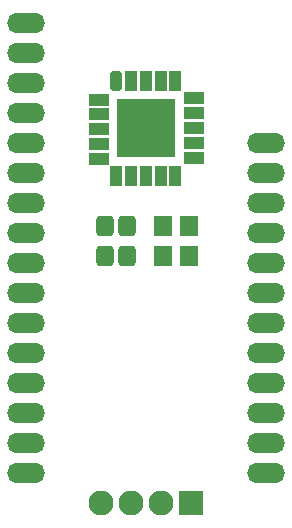
<source format=gbs>
G04*
G04 #@! TF.GenerationSoftware,Altium Limited,CircuitMaker,2.2.1 (2.2.1.6)*
G04*
G04 Layer_Color=8150272*
%FSLAX25Y25*%
%MOIN*%
G70*
G04*
G04 #@! TF.SameCoordinates,1EE0AFE0-1AE0-4E79-8498-EBF67B735B77*
G04*
G04*
G04 #@! TF.FilePolarity,Negative*
G04*
G01*
G75*
G04:AMPARAMS|DCode=12|XSize=39.53mil|YSize=67.09mil|CornerRadius=11.89mil|HoleSize=0mil|Usage=FLASHONLY|Rotation=180.000|XOffset=0mil|YOffset=0mil|HoleType=Round|Shape=RoundedRectangle|*
%AMROUNDEDRECTD12*
21,1,0.03953,0.04331,0,0,180.0*
21,1,0.01575,0.06709,0,0,180.0*
1,1,0.02378,-0.00787,0.02165*
1,1,0.02378,0.00787,0.02165*
1,1,0.02378,0.00787,-0.02165*
1,1,0.02378,-0.00787,-0.02165*
%
%ADD12ROUNDEDRECTD12*%
%ADD13R,0.03953X0.06709*%
%ADD14R,0.19701X0.19701*%
%ADD15R,0.06709X0.03953*%
%ADD16O,0.12614X0.06803*%
%ADD17C,0.08303*%
%ADD18R,0.08303X0.08303*%
%ADD19C,0.02772*%
%ADD31R,0.05921X0.07102*%
G04:AMPARAMS|DCode=32|XSize=67.09mil|YSize=59.21mil|CornerRadius=11.69mil|HoleSize=0mil|Usage=FLASHONLY|Rotation=90.000|XOffset=0mil|YOffset=0mil|HoleType=Round|Shape=RoundedRectangle|*
%AMROUNDEDRECTD32*
21,1,0.06709,0.03583,0,0,90.0*
21,1,0.04370,0.05921,0,0,90.0*
1,1,0.02339,0.01791,0.02185*
1,1,0.02339,0.01791,-0.02185*
1,1,0.02339,-0.01791,-0.02185*
1,1,0.02339,-0.01791,0.02185*
%
%ADD32ROUNDEDRECTD32*%
D12*
X390158Y350748D02*
D03*
D13*
X395079D02*
D03*
X400000D02*
D03*
X404921D02*
D03*
X409842D02*
D03*
Y318858D02*
D03*
X404921D02*
D03*
X400000D02*
D03*
X395079D02*
D03*
X390158D02*
D03*
D14*
X400000Y335000D02*
D03*
D15*
X416142Y344843D02*
D03*
Y339921D02*
D03*
Y335000D02*
D03*
Y330079D02*
D03*
Y325157D02*
D03*
X384252Y324764D02*
D03*
Y329685D02*
D03*
Y334606D02*
D03*
Y339528D02*
D03*
Y344449D02*
D03*
D16*
X440000Y330000D02*
D03*
Y320000D02*
D03*
Y310000D02*
D03*
Y300000D02*
D03*
Y290000D02*
D03*
Y280000D02*
D03*
Y270000D02*
D03*
Y260000D02*
D03*
Y250000D02*
D03*
Y240000D02*
D03*
Y230000D02*
D03*
Y220000D02*
D03*
X360000D02*
D03*
Y230000D02*
D03*
Y240000D02*
D03*
Y250000D02*
D03*
Y260000D02*
D03*
Y270000D02*
D03*
Y280000D02*
D03*
Y290000D02*
D03*
Y300000D02*
D03*
Y310000D02*
D03*
Y320000D02*
D03*
Y330000D02*
D03*
Y340000D02*
D03*
Y350000D02*
D03*
Y360000D02*
D03*
Y370000D02*
D03*
D17*
X395000Y210000D02*
D03*
X405000D02*
D03*
X385000D02*
D03*
D18*
X415000D02*
D03*
D19*
X394982Y330048D02*
D03*
X405000Y330000D02*
D03*
Y340000D02*
D03*
X395000D02*
D03*
X400000Y335000D02*
D03*
X409842Y318858D02*
D03*
X404921D02*
D03*
X400000D02*
D03*
X395079D02*
D03*
X390158D02*
D03*
X384252Y324764D02*
D03*
Y329685D02*
D03*
Y334606D02*
D03*
Y339528D02*
D03*
Y344449D02*
D03*
X390158Y350748D02*
D03*
X395079D02*
D03*
X400000D02*
D03*
X404921D02*
D03*
X409842D02*
D03*
X416142Y344843D02*
D03*
Y339921D02*
D03*
Y335000D02*
D03*
Y330079D02*
D03*
Y325157D02*
D03*
D31*
X405669Y292205D02*
D03*
X414331D02*
D03*
X405669Y302205D02*
D03*
X414331D02*
D03*
D32*
X386260D02*
D03*
X393740D02*
D03*
X386260Y292205D02*
D03*
X393740D02*
D03*
M02*

</source>
